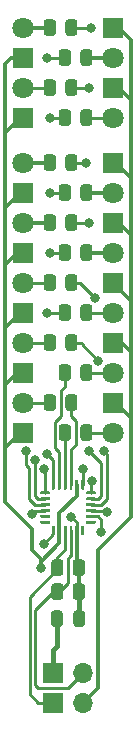
<source format=gbl>
G04 #@! TF.GenerationSoftware,KiCad,Pcbnew,(5.1.10)-1*
G04 #@! TF.CreationDate,2021-10-24T19:42:44-07:00*
G04 #@! TF.ProjectId,project,70726f6a-6563-4742-9e6b-696361645f70,rev?*
G04 #@! TF.SameCoordinates,Original*
G04 #@! TF.FileFunction,Copper,L2,Bot*
G04 #@! TF.FilePolarity,Positive*
%FSLAX46Y46*%
G04 Gerber Fmt 4.6, Leading zero omitted, Abs format (unit mm)*
G04 Created by KiCad (PCBNEW (5.1.10)-1) date 2021-10-24 19:42:44*
%MOMM*%
%LPD*%
G01*
G04 APERTURE LIST*
G04 #@! TA.AperFunction,ComponentPad*
%ADD10R,1.700000X1.700000*%
G04 #@! TD*
G04 #@! TA.AperFunction,ComponentPad*
%ADD11O,1.700000X1.700000*%
G04 #@! TD*
G04 #@! TA.AperFunction,ComponentPad*
%ADD12C,1.800000*%
G04 #@! TD*
G04 #@! TA.AperFunction,ComponentPad*
%ADD13R,1.800000X1.800000*%
G04 #@! TD*
G04 #@! TA.AperFunction,ViaPad*
%ADD14C,0.800000*%
G04 #@! TD*
G04 #@! TA.AperFunction,Conductor*
%ADD15C,0.254000*%
G04 #@! TD*
G04 #@! TA.AperFunction,Conductor*
%ADD16C,0.304800*%
G04 #@! TD*
G04 #@! TA.AperFunction,Conductor*
%ADD17C,0.406400*%
G04 #@! TD*
G04 APERTURE END LIST*
G04 #@! TA.AperFunction,SMDPad,CuDef*
G36*
G01*
X205550000Y-77427500D02*
X205550000Y-77552500D01*
G75*
G02*
X205487500Y-77615000I-62500J0D01*
G01*
X204787500Y-77615000D01*
G75*
G02*
X204725000Y-77552500I0J62500D01*
G01*
X204725000Y-77427500D01*
G75*
G02*
X204787500Y-77365000I62500J0D01*
G01*
X205487500Y-77365000D01*
G75*
G02*
X205550000Y-77427500I0J-62500D01*
G01*
G37*
G04 #@! TD.AperFunction*
G04 #@! TA.AperFunction,SMDPad,CuDef*
G36*
G01*
X205550000Y-77927500D02*
X205550000Y-78052500D01*
G75*
G02*
X205487500Y-78115000I-62500J0D01*
G01*
X204787500Y-78115000D01*
G75*
G02*
X204725000Y-78052500I0J62500D01*
G01*
X204725000Y-77927500D01*
G75*
G02*
X204787500Y-77865000I62500J0D01*
G01*
X205487500Y-77865000D01*
G75*
G02*
X205550000Y-77927500I0J-62500D01*
G01*
G37*
G04 #@! TD.AperFunction*
G04 #@! TA.AperFunction,SMDPad,CuDef*
G36*
G01*
X205550000Y-78427500D02*
X205550000Y-78552500D01*
G75*
G02*
X205487500Y-78615000I-62500J0D01*
G01*
X204787500Y-78615000D01*
G75*
G02*
X204725000Y-78552500I0J62500D01*
G01*
X204725000Y-78427500D01*
G75*
G02*
X204787500Y-78365000I62500J0D01*
G01*
X205487500Y-78365000D01*
G75*
G02*
X205550000Y-78427500I0J-62500D01*
G01*
G37*
G04 #@! TD.AperFunction*
G04 #@! TA.AperFunction,SMDPad,CuDef*
G36*
G01*
X205550000Y-78927500D02*
X205550000Y-79052500D01*
G75*
G02*
X205487500Y-79115000I-62500J0D01*
G01*
X204787500Y-79115000D01*
G75*
G02*
X204725000Y-79052500I0J62500D01*
G01*
X204725000Y-78927500D01*
G75*
G02*
X204787500Y-78865000I62500J0D01*
G01*
X205487500Y-78865000D01*
G75*
G02*
X205550000Y-78927500I0J-62500D01*
G01*
G37*
G04 #@! TD.AperFunction*
G04 #@! TA.AperFunction,SMDPad,CuDef*
G36*
G01*
X205550000Y-79427500D02*
X205550000Y-79552500D01*
G75*
G02*
X205487500Y-79615000I-62500J0D01*
G01*
X204787500Y-79615000D01*
G75*
G02*
X204725000Y-79552500I0J62500D01*
G01*
X204725000Y-79427500D01*
G75*
G02*
X204787500Y-79365000I62500J0D01*
G01*
X205487500Y-79365000D01*
G75*
G02*
X205550000Y-79427500I0J-62500D01*
G01*
G37*
G04 #@! TD.AperFunction*
G04 #@! TA.AperFunction,SMDPad,CuDef*
G36*
G01*
X205550000Y-79927500D02*
X205550000Y-80052500D01*
G75*
G02*
X205487500Y-80115000I-62500J0D01*
G01*
X204787500Y-80115000D01*
G75*
G02*
X204725000Y-80052500I0J62500D01*
G01*
X204725000Y-79927500D01*
G75*
G02*
X204787500Y-79865000I62500J0D01*
G01*
X205487500Y-79865000D01*
G75*
G02*
X205550000Y-79927500I0J-62500D01*
G01*
G37*
G04 #@! TD.AperFunction*
G04 #@! TA.AperFunction,SMDPad,CuDef*
G36*
G01*
X204575000Y-80327500D02*
X204575000Y-81027500D01*
G75*
G02*
X204512500Y-81090000I-62500J0D01*
G01*
X204387500Y-81090000D01*
G75*
G02*
X204325000Y-81027500I0J62500D01*
G01*
X204325000Y-80327500D01*
G75*
G02*
X204387500Y-80265000I62500J0D01*
G01*
X204512500Y-80265000D01*
G75*
G02*
X204575000Y-80327500I0J-62500D01*
G01*
G37*
G04 #@! TD.AperFunction*
G04 #@! TA.AperFunction,SMDPad,CuDef*
G36*
G01*
X204075000Y-80327500D02*
X204075000Y-81027500D01*
G75*
G02*
X204012500Y-81090000I-62500J0D01*
G01*
X203887500Y-81090000D01*
G75*
G02*
X203825000Y-81027500I0J62500D01*
G01*
X203825000Y-80327500D01*
G75*
G02*
X203887500Y-80265000I62500J0D01*
G01*
X204012500Y-80265000D01*
G75*
G02*
X204075000Y-80327500I0J-62500D01*
G01*
G37*
G04 #@! TD.AperFunction*
G04 #@! TA.AperFunction,SMDPad,CuDef*
G36*
G01*
X203575000Y-80327500D02*
X203575000Y-81027500D01*
G75*
G02*
X203512500Y-81090000I-62500J0D01*
G01*
X203387500Y-81090000D01*
G75*
G02*
X203325000Y-81027500I0J62500D01*
G01*
X203325000Y-80327500D01*
G75*
G02*
X203387500Y-80265000I62500J0D01*
G01*
X203512500Y-80265000D01*
G75*
G02*
X203575000Y-80327500I0J-62500D01*
G01*
G37*
G04 #@! TD.AperFunction*
G04 #@! TA.AperFunction,SMDPad,CuDef*
G36*
G01*
X203075000Y-80327500D02*
X203075000Y-81027500D01*
G75*
G02*
X203012500Y-81090000I-62500J0D01*
G01*
X202887500Y-81090000D01*
G75*
G02*
X202825000Y-81027500I0J62500D01*
G01*
X202825000Y-80327500D01*
G75*
G02*
X202887500Y-80265000I62500J0D01*
G01*
X203012500Y-80265000D01*
G75*
G02*
X203075000Y-80327500I0J-62500D01*
G01*
G37*
G04 #@! TD.AperFunction*
G04 #@! TA.AperFunction,SMDPad,CuDef*
G36*
G01*
X202575000Y-80327500D02*
X202575000Y-81027500D01*
G75*
G02*
X202512500Y-81090000I-62500J0D01*
G01*
X202387500Y-81090000D01*
G75*
G02*
X202325000Y-81027500I0J62500D01*
G01*
X202325000Y-80327500D01*
G75*
G02*
X202387500Y-80265000I62500J0D01*
G01*
X202512500Y-80265000D01*
G75*
G02*
X202575000Y-80327500I0J-62500D01*
G01*
G37*
G04 #@! TD.AperFunction*
G04 #@! TA.AperFunction,SMDPad,CuDef*
G36*
G01*
X202075000Y-80327500D02*
X202075000Y-81027500D01*
G75*
G02*
X202012500Y-81090000I-62500J0D01*
G01*
X201887500Y-81090000D01*
G75*
G02*
X201825000Y-81027500I0J62500D01*
G01*
X201825000Y-80327500D01*
G75*
G02*
X201887500Y-80265000I62500J0D01*
G01*
X202012500Y-80265000D01*
G75*
G02*
X202075000Y-80327500I0J-62500D01*
G01*
G37*
G04 #@! TD.AperFunction*
G04 #@! TA.AperFunction,SMDPad,CuDef*
G36*
G01*
X201675000Y-79927500D02*
X201675000Y-80052500D01*
G75*
G02*
X201612500Y-80115000I-62500J0D01*
G01*
X200912500Y-80115000D01*
G75*
G02*
X200850000Y-80052500I0J62500D01*
G01*
X200850000Y-79927500D01*
G75*
G02*
X200912500Y-79865000I62500J0D01*
G01*
X201612500Y-79865000D01*
G75*
G02*
X201675000Y-79927500I0J-62500D01*
G01*
G37*
G04 #@! TD.AperFunction*
G04 #@! TA.AperFunction,SMDPad,CuDef*
G36*
G01*
X201675000Y-79427500D02*
X201675000Y-79552500D01*
G75*
G02*
X201612500Y-79615000I-62500J0D01*
G01*
X200912500Y-79615000D01*
G75*
G02*
X200850000Y-79552500I0J62500D01*
G01*
X200850000Y-79427500D01*
G75*
G02*
X200912500Y-79365000I62500J0D01*
G01*
X201612500Y-79365000D01*
G75*
G02*
X201675000Y-79427500I0J-62500D01*
G01*
G37*
G04 #@! TD.AperFunction*
G04 #@! TA.AperFunction,SMDPad,CuDef*
G36*
G01*
X201675000Y-78927500D02*
X201675000Y-79052500D01*
G75*
G02*
X201612500Y-79115000I-62500J0D01*
G01*
X200912500Y-79115000D01*
G75*
G02*
X200850000Y-79052500I0J62500D01*
G01*
X200850000Y-78927500D01*
G75*
G02*
X200912500Y-78865000I62500J0D01*
G01*
X201612500Y-78865000D01*
G75*
G02*
X201675000Y-78927500I0J-62500D01*
G01*
G37*
G04 #@! TD.AperFunction*
G04 #@! TA.AperFunction,SMDPad,CuDef*
G36*
G01*
X201675000Y-78427500D02*
X201675000Y-78552500D01*
G75*
G02*
X201612500Y-78615000I-62500J0D01*
G01*
X200912500Y-78615000D01*
G75*
G02*
X200850000Y-78552500I0J62500D01*
G01*
X200850000Y-78427500D01*
G75*
G02*
X200912500Y-78365000I62500J0D01*
G01*
X201612500Y-78365000D01*
G75*
G02*
X201675000Y-78427500I0J-62500D01*
G01*
G37*
G04 #@! TD.AperFunction*
G04 #@! TA.AperFunction,SMDPad,CuDef*
G36*
G01*
X201675000Y-77927500D02*
X201675000Y-78052500D01*
G75*
G02*
X201612500Y-78115000I-62500J0D01*
G01*
X200912500Y-78115000D01*
G75*
G02*
X200850000Y-78052500I0J62500D01*
G01*
X200850000Y-77927500D01*
G75*
G02*
X200912500Y-77865000I62500J0D01*
G01*
X201612500Y-77865000D01*
G75*
G02*
X201675000Y-77927500I0J-62500D01*
G01*
G37*
G04 #@! TD.AperFunction*
G04 #@! TA.AperFunction,SMDPad,CuDef*
G36*
G01*
X201675000Y-77427500D02*
X201675000Y-77552500D01*
G75*
G02*
X201612500Y-77615000I-62500J0D01*
G01*
X200912500Y-77615000D01*
G75*
G02*
X200850000Y-77552500I0J62500D01*
G01*
X200850000Y-77427500D01*
G75*
G02*
X200912500Y-77365000I62500J0D01*
G01*
X201612500Y-77365000D01*
G75*
G02*
X201675000Y-77427500I0J-62500D01*
G01*
G37*
G04 #@! TD.AperFunction*
G04 #@! TA.AperFunction,SMDPad,CuDef*
G36*
G01*
X202075000Y-76452500D02*
X202075000Y-77152500D01*
G75*
G02*
X202012500Y-77215000I-62500J0D01*
G01*
X201887500Y-77215000D01*
G75*
G02*
X201825000Y-77152500I0J62500D01*
G01*
X201825000Y-76452500D01*
G75*
G02*
X201887500Y-76390000I62500J0D01*
G01*
X202012500Y-76390000D01*
G75*
G02*
X202075000Y-76452500I0J-62500D01*
G01*
G37*
G04 #@! TD.AperFunction*
G04 #@! TA.AperFunction,SMDPad,CuDef*
G36*
G01*
X202575000Y-76452500D02*
X202575000Y-77152500D01*
G75*
G02*
X202512500Y-77215000I-62500J0D01*
G01*
X202387500Y-77215000D01*
G75*
G02*
X202325000Y-77152500I0J62500D01*
G01*
X202325000Y-76452500D01*
G75*
G02*
X202387500Y-76390000I62500J0D01*
G01*
X202512500Y-76390000D01*
G75*
G02*
X202575000Y-76452500I0J-62500D01*
G01*
G37*
G04 #@! TD.AperFunction*
G04 #@! TA.AperFunction,SMDPad,CuDef*
G36*
G01*
X203075000Y-76452500D02*
X203075000Y-77152500D01*
G75*
G02*
X203012500Y-77215000I-62500J0D01*
G01*
X202887500Y-77215000D01*
G75*
G02*
X202825000Y-77152500I0J62500D01*
G01*
X202825000Y-76452500D01*
G75*
G02*
X202887500Y-76390000I62500J0D01*
G01*
X203012500Y-76390000D01*
G75*
G02*
X203075000Y-76452500I0J-62500D01*
G01*
G37*
G04 #@! TD.AperFunction*
G04 #@! TA.AperFunction,SMDPad,CuDef*
G36*
G01*
X203575000Y-76452500D02*
X203575000Y-77152500D01*
G75*
G02*
X203512500Y-77215000I-62500J0D01*
G01*
X203387500Y-77215000D01*
G75*
G02*
X203325000Y-77152500I0J62500D01*
G01*
X203325000Y-76452500D01*
G75*
G02*
X203387500Y-76390000I62500J0D01*
G01*
X203512500Y-76390000D01*
G75*
G02*
X203575000Y-76452500I0J-62500D01*
G01*
G37*
G04 #@! TD.AperFunction*
G04 #@! TA.AperFunction,SMDPad,CuDef*
G36*
G01*
X204075000Y-76452500D02*
X204075000Y-77152500D01*
G75*
G02*
X204012500Y-77215000I-62500J0D01*
G01*
X203887500Y-77215000D01*
G75*
G02*
X203825000Y-77152500I0J62500D01*
G01*
X203825000Y-76452500D01*
G75*
G02*
X203887500Y-76390000I62500J0D01*
G01*
X204012500Y-76390000D01*
G75*
G02*
X204075000Y-76452500I0J-62500D01*
G01*
G37*
G04 #@! TD.AperFunction*
G04 #@! TA.AperFunction,SMDPad,CuDef*
G36*
G01*
X204575000Y-76452500D02*
X204575000Y-77152500D01*
G75*
G02*
X204512500Y-77215000I-62500J0D01*
G01*
X204387500Y-77215000D01*
G75*
G02*
X204325000Y-77152500I0J62500D01*
G01*
X204325000Y-76452500D01*
G75*
G02*
X204387500Y-76390000I62500J0D01*
G01*
X204512500Y-76390000D01*
G75*
G02*
X204575000Y-76452500I0J-62500D01*
G01*
G37*
G04 #@! TD.AperFunction*
G04 #@! TA.AperFunction,SMDPad,CuDef*
G36*
G01*
X204235000Y-72840002D02*
X204235000Y-71939998D01*
G75*
G02*
X204484998Y-71690000I249998J0D01*
G01*
X205010002Y-71690000D01*
G75*
G02*
X205260000Y-71939998I0J-249998D01*
G01*
X205260000Y-72840002D01*
G75*
G02*
X205010002Y-73090000I-249998J0D01*
G01*
X204484998Y-73090000D01*
G75*
G02*
X204235000Y-72840002I0J249998D01*
G01*
G37*
G04 #@! TD.AperFunction*
G04 #@! TA.AperFunction,SMDPad,CuDef*
G36*
G01*
X202410000Y-72840002D02*
X202410000Y-71939998D01*
G75*
G02*
X202659998Y-71690000I249998J0D01*
G01*
X203185002Y-71690000D01*
G75*
G02*
X203435000Y-71939998I0J-249998D01*
G01*
X203435000Y-72840002D01*
G75*
G02*
X203185002Y-73090000I-249998J0D01*
G01*
X202659998Y-73090000D01*
G75*
G02*
X202410000Y-72840002I0J249998D01*
G01*
G37*
G04 #@! TD.AperFunction*
G04 #@! TA.AperFunction,SMDPad,CuDef*
G36*
G01*
X202165000Y-69399998D02*
X202165000Y-70300002D01*
G75*
G02*
X201915002Y-70550000I-249998J0D01*
G01*
X201389998Y-70550000D01*
G75*
G02*
X201140000Y-70300002I0J249998D01*
G01*
X201140000Y-69399998D01*
G75*
G02*
X201389998Y-69150000I249998J0D01*
G01*
X201915002Y-69150000D01*
G75*
G02*
X202165000Y-69399998I0J-249998D01*
G01*
G37*
G04 #@! TD.AperFunction*
G04 #@! TA.AperFunction,SMDPad,CuDef*
G36*
G01*
X203990000Y-69399998D02*
X203990000Y-70300002D01*
G75*
G02*
X203740002Y-70550000I-249998J0D01*
G01*
X203214998Y-70550000D01*
G75*
G02*
X202965000Y-70300002I0J249998D01*
G01*
X202965000Y-69399998D01*
G75*
G02*
X203214998Y-69150000I249998J0D01*
G01*
X203740002Y-69150000D01*
G75*
G02*
X203990000Y-69399998I0J-249998D01*
G01*
G37*
G04 #@! TD.AperFunction*
G04 #@! TA.AperFunction,SMDPad,CuDef*
G36*
G01*
X204235000Y-67760002D02*
X204235000Y-66859998D01*
G75*
G02*
X204484998Y-66610000I249998J0D01*
G01*
X205010002Y-66610000D01*
G75*
G02*
X205260000Y-66859998I0J-249998D01*
G01*
X205260000Y-67760002D01*
G75*
G02*
X205010002Y-68010000I-249998J0D01*
G01*
X204484998Y-68010000D01*
G75*
G02*
X204235000Y-67760002I0J249998D01*
G01*
G37*
G04 #@! TD.AperFunction*
G04 #@! TA.AperFunction,SMDPad,CuDef*
G36*
G01*
X202410000Y-67760002D02*
X202410000Y-66859998D01*
G75*
G02*
X202659998Y-66610000I249998J0D01*
G01*
X203185002Y-66610000D01*
G75*
G02*
X203435000Y-66859998I0J-249998D01*
G01*
X203435000Y-67760002D01*
G75*
G02*
X203185002Y-68010000I-249998J0D01*
G01*
X202659998Y-68010000D01*
G75*
G02*
X202410000Y-67760002I0J249998D01*
G01*
G37*
G04 #@! TD.AperFunction*
G04 #@! TA.AperFunction,SMDPad,CuDef*
G36*
G01*
X202165000Y-64319998D02*
X202165000Y-65220002D01*
G75*
G02*
X201915002Y-65470000I-249998J0D01*
G01*
X201389998Y-65470000D01*
G75*
G02*
X201140000Y-65220002I0J249998D01*
G01*
X201140000Y-64319998D01*
G75*
G02*
X201389998Y-64070000I249998J0D01*
G01*
X201915002Y-64070000D01*
G75*
G02*
X202165000Y-64319998I0J-249998D01*
G01*
G37*
G04 #@! TD.AperFunction*
G04 #@! TA.AperFunction,SMDPad,CuDef*
G36*
G01*
X203990000Y-64319998D02*
X203990000Y-65220002D01*
G75*
G02*
X203740002Y-65470000I-249998J0D01*
G01*
X203214998Y-65470000D01*
G75*
G02*
X202965000Y-65220002I0J249998D01*
G01*
X202965000Y-64319998D01*
G75*
G02*
X203214998Y-64070000I249998J0D01*
G01*
X203740002Y-64070000D01*
G75*
G02*
X203990000Y-64319998I0J-249998D01*
G01*
G37*
G04 #@! TD.AperFunction*
G04 #@! TA.AperFunction,SMDPad,CuDef*
G36*
G01*
X204235000Y-62680002D02*
X204235000Y-61779998D01*
G75*
G02*
X204484998Y-61530000I249998J0D01*
G01*
X205010002Y-61530000D01*
G75*
G02*
X205260000Y-61779998I0J-249998D01*
G01*
X205260000Y-62680002D01*
G75*
G02*
X205010002Y-62930000I-249998J0D01*
G01*
X204484998Y-62930000D01*
G75*
G02*
X204235000Y-62680002I0J249998D01*
G01*
G37*
G04 #@! TD.AperFunction*
G04 #@! TA.AperFunction,SMDPad,CuDef*
G36*
G01*
X202410000Y-62680002D02*
X202410000Y-61779998D01*
G75*
G02*
X202659998Y-61530000I249998J0D01*
G01*
X203185002Y-61530000D01*
G75*
G02*
X203435000Y-61779998I0J-249998D01*
G01*
X203435000Y-62680002D01*
G75*
G02*
X203185002Y-62930000I-249998J0D01*
G01*
X202659998Y-62930000D01*
G75*
G02*
X202410000Y-62680002I0J249998D01*
G01*
G37*
G04 #@! TD.AperFunction*
G04 #@! TA.AperFunction,SMDPad,CuDef*
G36*
G01*
X202165000Y-59239998D02*
X202165000Y-60140002D01*
G75*
G02*
X201915002Y-60390000I-249998J0D01*
G01*
X201389998Y-60390000D01*
G75*
G02*
X201140000Y-60140002I0J249998D01*
G01*
X201140000Y-59239998D01*
G75*
G02*
X201389998Y-58990000I249998J0D01*
G01*
X201915002Y-58990000D01*
G75*
G02*
X202165000Y-59239998I0J-249998D01*
G01*
G37*
G04 #@! TD.AperFunction*
G04 #@! TA.AperFunction,SMDPad,CuDef*
G36*
G01*
X203990000Y-59239998D02*
X203990000Y-60140002D01*
G75*
G02*
X203740002Y-60390000I-249998J0D01*
G01*
X203214998Y-60390000D01*
G75*
G02*
X202965000Y-60140002I0J249998D01*
G01*
X202965000Y-59239998D01*
G75*
G02*
X203214998Y-58990000I249998J0D01*
G01*
X203740002Y-58990000D01*
G75*
G02*
X203990000Y-59239998I0J-249998D01*
G01*
G37*
G04 #@! TD.AperFunction*
G04 #@! TA.AperFunction,SMDPad,CuDef*
G36*
G01*
X204235000Y-57600002D02*
X204235000Y-56699998D01*
G75*
G02*
X204484998Y-56450000I249998J0D01*
G01*
X205010002Y-56450000D01*
G75*
G02*
X205260000Y-56699998I0J-249998D01*
G01*
X205260000Y-57600002D01*
G75*
G02*
X205010002Y-57850000I-249998J0D01*
G01*
X204484998Y-57850000D01*
G75*
G02*
X204235000Y-57600002I0J249998D01*
G01*
G37*
G04 #@! TD.AperFunction*
G04 #@! TA.AperFunction,SMDPad,CuDef*
G36*
G01*
X202410000Y-57600002D02*
X202410000Y-56699998D01*
G75*
G02*
X202659998Y-56450000I249998J0D01*
G01*
X203185002Y-56450000D01*
G75*
G02*
X203435000Y-56699998I0J-249998D01*
G01*
X203435000Y-57600002D01*
G75*
G02*
X203185002Y-57850000I-249998J0D01*
G01*
X202659998Y-57850000D01*
G75*
G02*
X202410000Y-57600002I0J249998D01*
G01*
G37*
G04 #@! TD.AperFunction*
G04 #@! TA.AperFunction,SMDPad,CuDef*
G36*
G01*
X202165000Y-54159998D02*
X202165000Y-55060002D01*
G75*
G02*
X201915002Y-55310000I-249998J0D01*
G01*
X201389998Y-55310000D01*
G75*
G02*
X201140000Y-55060002I0J249998D01*
G01*
X201140000Y-54159998D01*
G75*
G02*
X201389998Y-53910000I249998J0D01*
G01*
X201915002Y-53910000D01*
G75*
G02*
X202165000Y-54159998I0J-249998D01*
G01*
G37*
G04 #@! TD.AperFunction*
G04 #@! TA.AperFunction,SMDPad,CuDef*
G36*
G01*
X203990000Y-54159998D02*
X203990000Y-55060002D01*
G75*
G02*
X203740002Y-55310000I-249998J0D01*
G01*
X203214998Y-55310000D01*
G75*
G02*
X202965000Y-55060002I0J249998D01*
G01*
X202965000Y-54159998D01*
G75*
G02*
X203214998Y-53910000I249998J0D01*
G01*
X203740002Y-53910000D01*
G75*
G02*
X203990000Y-54159998I0J-249998D01*
G01*
G37*
G04 #@! TD.AperFunction*
G04 #@! TA.AperFunction,SMDPad,CuDef*
G36*
G01*
X204235000Y-52520002D02*
X204235000Y-51619998D01*
G75*
G02*
X204484998Y-51370000I249998J0D01*
G01*
X205010002Y-51370000D01*
G75*
G02*
X205260000Y-51619998I0J-249998D01*
G01*
X205260000Y-52520002D01*
G75*
G02*
X205010002Y-52770000I-249998J0D01*
G01*
X204484998Y-52770000D01*
G75*
G02*
X204235000Y-52520002I0J249998D01*
G01*
G37*
G04 #@! TD.AperFunction*
G04 #@! TA.AperFunction,SMDPad,CuDef*
G36*
G01*
X202410000Y-52520002D02*
X202410000Y-51619998D01*
G75*
G02*
X202659998Y-51370000I249998J0D01*
G01*
X203185002Y-51370000D01*
G75*
G02*
X203435000Y-51619998I0J-249998D01*
G01*
X203435000Y-52520002D01*
G75*
G02*
X203185002Y-52770000I-249998J0D01*
G01*
X202659998Y-52770000D01*
G75*
G02*
X202410000Y-52520002I0J249998D01*
G01*
G37*
G04 #@! TD.AperFunction*
G04 #@! TA.AperFunction,SMDPad,CuDef*
G36*
G01*
X202165000Y-49079998D02*
X202165000Y-49980002D01*
G75*
G02*
X201915002Y-50230000I-249998J0D01*
G01*
X201389998Y-50230000D01*
G75*
G02*
X201140000Y-49980002I0J249998D01*
G01*
X201140000Y-49079998D01*
G75*
G02*
X201389998Y-48830000I249998J0D01*
G01*
X201915002Y-48830000D01*
G75*
G02*
X202165000Y-49079998I0J-249998D01*
G01*
G37*
G04 #@! TD.AperFunction*
G04 #@! TA.AperFunction,SMDPad,CuDef*
G36*
G01*
X203990000Y-49079998D02*
X203990000Y-49980002D01*
G75*
G02*
X203740002Y-50230000I-249998J0D01*
G01*
X203214998Y-50230000D01*
G75*
G02*
X202965000Y-49980002I0J249998D01*
G01*
X202965000Y-49079998D01*
G75*
G02*
X203214998Y-48830000I249998J0D01*
G01*
X203740002Y-48830000D01*
G75*
G02*
X203990000Y-49079998I0J-249998D01*
G01*
G37*
G04 #@! TD.AperFunction*
G04 #@! TA.AperFunction,SMDPad,CuDef*
G36*
G01*
X202800000Y-85401998D02*
X202800000Y-86302002D01*
G75*
G02*
X202550002Y-86552000I-249998J0D01*
G01*
X202024998Y-86552000D01*
G75*
G02*
X201775000Y-86302002I0J249998D01*
G01*
X201775000Y-85401998D01*
G75*
G02*
X202024998Y-85152000I249998J0D01*
G01*
X202550002Y-85152000D01*
G75*
G02*
X202800000Y-85401998I0J-249998D01*
G01*
G37*
G04 #@! TD.AperFunction*
G04 #@! TA.AperFunction,SMDPad,CuDef*
G36*
G01*
X204625000Y-85401998D02*
X204625000Y-86302002D01*
G75*
G02*
X204375002Y-86552000I-249998J0D01*
G01*
X203849998Y-86552000D01*
G75*
G02*
X203600000Y-86302002I0J249998D01*
G01*
X203600000Y-85401998D01*
G75*
G02*
X203849998Y-85152000I249998J0D01*
G01*
X204375002Y-85152000D01*
G75*
G02*
X204625000Y-85401998I0J-249998D01*
G01*
G37*
G04 #@! TD.AperFunction*
G04 #@! TA.AperFunction,SMDPad,CuDef*
G36*
G01*
X202800000Y-83369998D02*
X202800000Y-84270002D01*
G75*
G02*
X202550002Y-84520000I-249998J0D01*
G01*
X202024998Y-84520000D01*
G75*
G02*
X201775000Y-84270002I0J249998D01*
G01*
X201775000Y-83369998D01*
G75*
G02*
X202024998Y-83120000I249998J0D01*
G01*
X202550002Y-83120000D01*
G75*
G02*
X202800000Y-83369998I0J-249998D01*
G01*
G37*
G04 #@! TD.AperFunction*
G04 #@! TA.AperFunction,SMDPad,CuDef*
G36*
G01*
X204625000Y-83369998D02*
X204625000Y-84270002D01*
G75*
G02*
X204375002Y-84520000I-249998J0D01*
G01*
X203849998Y-84520000D01*
G75*
G02*
X203600000Y-84270002I0J249998D01*
G01*
X203600000Y-83369998D01*
G75*
G02*
X203849998Y-83120000I249998J0D01*
G01*
X204375002Y-83120000D01*
G75*
G02*
X204625000Y-83369998I0J-249998D01*
G01*
G37*
G04 #@! TD.AperFunction*
G04 #@! TA.AperFunction,SMDPad,CuDef*
G36*
G01*
X202165000Y-37649999D02*
X202165000Y-38550001D01*
G75*
G02*
X201915001Y-38800000I-249999J0D01*
G01*
X201389999Y-38800000D01*
G75*
G02*
X201140000Y-38550001I0J249999D01*
G01*
X201140000Y-37649999D01*
G75*
G02*
X201389999Y-37400000I249999J0D01*
G01*
X201915001Y-37400000D01*
G75*
G02*
X202165000Y-37649999I0J-249999D01*
G01*
G37*
G04 #@! TD.AperFunction*
G04 #@! TA.AperFunction,SMDPad,CuDef*
G36*
G01*
X203990000Y-37649999D02*
X203990000Y-38550001D01*
G75*
G02*
X203740001Y-38800000I-249999J0D01*
G01*
X203214999Y-38800000D01*
G75*
G02*
X202965000Y-38550001I0J249999D01*
G01*
X202965000Y-37649999D01*
G75*
G02*
X203214999Y-37400000I249999J0D01*
G01*
X203740001Y-37400000D01*
G75*
G02*
X203990000Y-37649999I0J-249999D01*
G01*
G37*
G04 #@! TD.AperFunction*
G04 #@! TA.AperFunction,SMDPad,CuDef*
G36*
G01*
X204235000Y-41090001D02*
X204235000Y-40189999D01*
G75*
G02*
X204484999Y-39940000I249999J0D01*
G01*
X205010001Y-39940000D01*
G75*
G02*
X205260000Y-40189999I0J-249999D01*
G01*
X205260000Y-41090001D01*
G75*
G02*
X205010001Y-41340000I-249999J0D01*
G01*
X204484999Y-41340000D01*
G75*
G02*
X204235000Y-41090001I0J249999D01*
G01*
G37*
G04 #@! TD.AperFunction*
G04 #@! TA.AperFunction,SMDPad,CuDef*
G36*
G01*
X202410000Y-41090001D02*
X202410000Y-40189999D01*
G75*
G02*
X202659999Y-39940000I249999J0D01*
G01*
X203185001Y-39940000D01*
G75*
G02*
X203435000Y-40189999I0J-249999D01*
G01*
X203435000Y-41090001D01*
G75*
G02*
X203185001Y-41340000I-249999J0D01*
G01*
X202659999Y-41340000D01*
G75*
G02*
X202410000Y-41090001I0J249999D01*
G01*
G37*
G04 #@! TD.AperFunction*
G04 #@! TA.AperFunction,SMDPad,CuDef*
G36*
G01*
X203990000Y-42729999D02*
X203990000Y-43630001D01*
G75*
G02*
X203740001Y-43880000I-249999J0D01*
G01*
X203214999Y-43880000D01*
G75*
G02*
X202965000Y-43630001I0J249999D01*
G01*
X202965000Y-42729999D01*
G75*
G02*
X203214999Y-42480000I249999J0D01*
G01*
X203740001Y-42480000D01*
G75*
G02*
X203990000Y-42729999I0J-249999D01*
G01*
G37*
G04 #@! TD.AperFunction*
G04 #@! TA.AperFunction,SMDPad,CuDef*
G36*
G01*
X202165000Y-42729999D02*
X202165000Y-43630001D01*
G75*
G02*
X201915001Y-43880000I-249999J0D01*
G01*
X201389999Y-43880000D01*
G75*
G02*
X201140000Y-43630001I0J249999D01*
G01*
X201140000Y-42729999D01*
G75*
G02*
X201389999Y-42480000I249999J0D01*
G01*
X201915001Y-42480000D01*
G75*
G02*
X202165000Y-42729999I0J-249999D01*
G01*
G37*
G04 #@! TD.AperFunction*
G04 #@! TA.AperFunction,SMDPad,CuDef*
G36*
G01*
X202410000Y-46170001D02*
X202410000Y-45269999D01*
G75*
G02*
X202659999Y-45020000I249999J0D01*
G01*
X203185001Y-45020000D01*
G75*
G02*
X203435000Y-45269999I0J-249999D01*
G01*
X203435000Y-46170001D01*
G75*
G02*
X203185001Y-46420000I-249999J0D01*
G01*
X202659999Y-46420000D01*
G75*
G02*
X202410000Y-46170001I0J249999D01*
G01*
G37*
G04 #@! TD.AperFunction*
G04 #@! TA.AperFunction,SMDPad,CuDef*
G36*
G01*
X204235000Y-46170001D02*
X204235000Y-45269999D01*
G75*
G02*
X204484999Y-45020000I249999J0D01*
G01*
X205010001Y-45020000D01*
G75*
G02*
X205260000Y-45269999I0J-249999D01*
G01*
X205260000Y-46170001D01*
G75*
G02*
X205010001Y-46420000I-249999J0D01*
G01*
X204484999Y-46420000D01*
G75*
G02*
X204235000Y-46170001I0J249999D01*
G01*
G37*
G04 #@! TD.AperFunction*
D10*
X201930000Y-92710000D03*
D11*
X204470000Y-92710000D03*
X204470000Y-95250000D03*
D10*
X201930000Y-95250000D03*
D12*
X199390000Y-38100000D03*
D13*
X199390000Y-40640000D03*
X207010000Y-38100000D03*
D12*
X207010000Y-40640000D03*
X199390000Y-43180000D03*
D13*
X199390000Y-45720000D03*
D12*
X207010000Y-45720000D03*
D13*
X207010000Y-43180000D03*
X199390000Y-52070000D03*
D12*
X199390000Y-49530000D03*
D13*
X207010000Y-49530000D03*
D12*
X207010000Y-52070000D03*
X199390000Y-54610000D03*
D13*
X199390000Y-57150000D03*
X207010000Y-54610000D03*
D12*
X207010000Y-57150000D03*
X199390000Y-59690000D03*
D13*
X199390000Y-62230000D03*
X207010000Y-59690000D03*
D12*
X207010000Y-62230000D03*
D13*
X199390000Y-67310000D03*
D12*
X199390000Y-64770000D03*
X207010000Y-67310000D03*
D13*
X207010000Y-64770000D03*
D12*
X199390000Y-69850000D03*
D13*
X199390000Y-72390000D03*
X207010000Y-69850000D03*
D12*
X207010000Y-72390000D03*
G04 #@! TA.AperFunction,SMDPad,CuDef*
G36*
G01*
X204625000Y-87681750D02*
X204625000Y-88594250D01*
G75*
G02*
X204381250Y-88838000I-243750J0D01*
G01*
X203893750Y-88838000D01*
G75*
G02*
X203650000Y-88594250I0J243750D01*
G01*
X203650000Y-87681750D01*
G75*
G02*
X203893750Y-87438000I243750J0D01*
G01*
X204381250Y-87438000D01*
G75*
G02*
X204625000Y-87681750I0J-243750D01*
G01*
G37*
G04 #@! TD.AperFunction*
G04 #@! TA.AperFunction,SMDPad,CuDef*
G36*
G01*
X202750000Y-87681750D02*
X202750000Y-88594250D01*
G75*
G02*
X202506250Y-88838000I-243750J0D01*
G01*
X202018750Y-88838000D01*
G75*
G02*
X201775000Y-88594250I0J243750D01*
G01*
X201775000Y-87681750D01*
G75*
G02*
X202018750Y-87438000I243750J0D01*
G01*
X202506250Y-87438000D01*
G75*
G02*
X202750000Y-87681750I0J-243750D01*
G01*
G37*
G04 #@! TD.AperFunction*
D14*
X200914000Y-83820000D03*
X204724000Y-49530000D03*
X204470000Y-75438000D03*
X204978000Y-43180000D03*
X205232000Y-76454000D03*
X204978000Y-54610000D03*
X204978000Y-73914000D03*
X206248000Y-73914000D03*
X205740000Y-66294000D03*
X205486000Y-60960000D03*
X206502000Y-79121000D03*
X205105000Y-38100000D03*
X205994000Y-80772000D03*
X200152000Y-79248000D03*
X201422000Y-40640000D03*
X201676000Y-45720000D03*
X199644000Y-73914000D03*
X200406000Y-74676000D03*
X201676000Y-52070000D03*
X201676000Y-57150000D03*
X201168000Y-75438000D03*
X201422000Y-62230000D03*
X201422000Y-74168000D03*
X203454000Y-79502000D03*
X201168000Y-81788000D03*
D15*
X202287500Y-85852000D02*
X202287500Y-85748500D01*
X203450000Y-82808000D02*
X203404002Y-82853998D01*
X203200000Y-83058000D02*
X203404002Y-82853998D01*
X203200000Y-85090000D02*
X203200000Y-83058000D01*
X203450000Y-82808000D02*
X203450000Y-80677500D01*
X204470000Y-92710000D02*
X203200000Y-93980000D01*
X200406000Y-87376000D02*
X200406000Y-91948000D01*
X201930000Y-85852000D02*
X200406000Y-87376000D01*
X201930000Y-85852000D02*
X202287500Y-85852000D01*
X203200000Y-93980000D02*
X201168000Y-93980000D01*
X201168000Y-93980000D02*
X200660000Y-93980000D01*
X200660000Y-93980000D02*
X200406000Y-93726000D01*
X200406000Y-93726000D02*
X200406000Y-91948000D01*
X202287500Y-85852000D02*
X202438000Y-85852000D01*
X202438000Y-85852000D02*
X203200000Y-85090000D01*
D16*
X200914000Y-83312000D02*
X200914000Y-83820000D01*
X202450000Y-81776000D02*
X200914000Y-83312000D01*
X202450000Y-81776000D02*
X202450000Y-80677500D01*
X197866000Y-78232000D02*
X199390000Y-79756000D01*
X200152000Y-80518000D02*
X199390000Y-79756000D01*
X200152000Y-82296000D02*
X200152000Y-80518000D01*
X200914000Y-83058000D02*
X200152000Y-82296000D01*
X200914000Y-83820000D02*
X200914000Y-83058000D01*
X197866000Y-78232000D02*
X197866000Y-73660000D01*
X197866000Y-41148000D02*
X197866000Y-46990000D01*
X197866000Y-46990000D02*
X197866000Y-53340000D01*
X197866000Y-53340000D02*
X197866000Y-58166000D01*
X197866000Y-58166000D02*
X197866000Y-63500000D01*
X197866000Y-63500000D02*
X197866000Y-68326000D01*
X197866000Y-68326000D02*
X197866000Y-73660000D01*
X198374000Y-40640000D02*
X197866000Y-41148000D01*
X198374000Y-40640000D02*
X199390000Y-40640000D01*
X199390000Y-72390000D02*
X199136000Y-72390000D01*
X199136000Y-72390000D02*
X197866000Y-73660000D01*
X199390000Y-67310000D02*
X198882000Y-67310000D01*
X198882000Y-67310000D02*
X197866000Y-68326000D01*
X199390000Y-62230000D02*
X199136000Y-62230000D01*
X199136000Y-62230000D02*
X197866000Y-63500000D01*
X199390000Y-57150000D02*
X198882000Y-57150000D01*
X198882000Y-57150000D02*
X197866000Y-58166000D01*
X199390000Y-52070000D02*
X199136000Y-52070000D01*
X199136000Y-52070000D02*
X197866000Y-53340000D01*
X199390000Y-45720000D02*
X199136000Y-45720000D01*
X199136000Y-45720000D02*
X197866000Y-46990000D01*
X207010000Y-38100000D02*
X207518000Y-38100000D01*
X205740000Y-93980000D02*
X204470000Y-95250000D01*
X205740000Y-82296000D02*
X205740000Y-93980000D01*
X208534000Y-79502000D02*
X205740000Y-82296000D01*
X208534000Y-39116000D02*
X208534000Y-44196000D01*
X208534000Y-44196000D02*
X208534000Y-50800000D01*
X208534000Y-50800000D02*
X208534000Y-55626000D01*
X208534000Y-55626000D02*
X208534000Y-60960000D01*
X208534000Y-60960000D02*
X208534000Y-65532000D01*
X208534000Y-65532000D02*
X208534000Y-71120000D01*
X208534000Y-71120000D02*
X208534000Y-79502000D01*
X207518000Y-38100000D02*
X208534000Y-39116000D01*
X207010000Y-43180000D02*
X207518000Y-43180000D01*
X207518000Y-43180000D02*
X208534000Y-44196000D01*
X207010000Y-49530000D02*
X207264000Y-49530000D01*
X207264000Y-49530000D02*
X208534000Y-50800000D01*
X207010000Y-54610000D02*
X207518000Y-54610000D01*
X207518000Y-54610000D02*
X208534000Y-55626000D01*
X207010000Y-59690000D02*
X208534000Y-61214000D01*
X208534000Y-61214000D02*
X208534000Y-60960000D01*
X207010000Y-64770000D02*
X207772000Y-64770000D01*
X207772000Y-64770000D02*
X208534000Y-65532000D01*
X207010000Y-69850000D02*
X207264000Y-69850000D01*
X207264000Y-69850000D02*
X208534000Y-71120000D01*
X203950000Y-76802500D02*
X203950000Y-77736000D01*
X202450000Y-79236000D02*
X202450000Y-80677500D01*
X203950000Y-77736000D02*
X202450000Y-79236000D01*
D15*
X202950000Y-80677500D02*
X202950000Y-82292000D01*
X202287500Y-82954500D02*
X202287500Y-83820000D01*
X202950000Y-82292000D02*
X202287500Y-82954500D01*
X201930000Y-95250000D02*
X200660000Y-95250000D01*
X199951998Y-86306002D02*
X199951998Y-91386002D01*
X202287500Y-83970500D02*
X199951998Y-86306002D01*
X202287500Y-83970500D02*
X202287500Y-83820000D01*
X200660000Y-95250000D02*
X199951998Y-94541998D01*
X199951998Y-94541998D02*
X199951998Y-91386002D01*
X204450000Y-76802500D02*
X204450000Y-75458000D01*
X204724000Y-49530000D02*
X203477500Y-49530000D01*
X204450000Y-75458000D02*
X204470000Y-75438000D01*
X203477500Y-43180000D02*
X204978000Y-43180000D01*
X205137500Y-77490000D02*
X205137500Y-76548500D01*
X205137500Y-76548500D02*
X205232000Y-76454000D01*
X205137500Y-77990000D02*
X205728000Y-77990000D01*
X204978000Y-54610000D02*
X203477500Y-54610000D01*
X205994000Y-74930000D02*
X204978000Y-73914000D01*
X205994000Y-77724000D02*
X205994000Y-74930000D01*
X205728000Y-77990000D02*
X205994000Y-77724000D01*
X205137500Y-78490000D02*
X205990000Y-78490000D01*
X206502000Y-74168000D02*
X206248000Y-73914000D01*
X206502000Y-77978000D02*
X206502000Y-74168000D01*
X205990000Y-78490000D02*
X206502000Y-77978000D01*
X204343000Y-64770000D02*
X203477500Y-64770000D01*
X204343000Y-64897000D02*
X205740000Y-66294000D01*
X204343000Y-64770000D02*
X204343000Y-64897000D01*
X203477500Y-59690000D02*
X204216000Y-59690000D01*
X205486000Y-60960000D02*
X204216000Y-59690000D01*
X206371000Y-78990000D02*
X206502000Y-79121000D01*
X206371000Y-78990000D02*
X205137500Y-78990000D01*
X203477500Y-38100000D02*
X205105000Y-38100000D01*
X205137500Y-79490000D02*
X205728000Y-79490000D01*
X205994000Y-79756000D02*
X205994000Y-80772000D01*
X205728000Y-79490000D02*
X205994000Y-79756000D01*
X202922500Y-40640000D02*
X201422000Y-40640000D01*
X200410000Y-78990000D02*
X200152000Y-79248000D01*
X200410000Y-78990000D02*
X201262500Y-78990000D01*
X201262500Y-78490000D02*
X200381402Y-78490000D01*
X201676000Y-45720000D02*
X202922500Y-45720000D01*
X200381402Y-78490000D02*
X199898000Y-78006598D01*
X199898000Y-78006598D02*
X199898000Y-75395024D01*
X199898000Y-75395024D02*
X199644000Y-75141024D01*
X199644000Y-75141024D02*
X199644000Y-73914000D01*
X201262500Y-77990000D02*
X200672000Y-77990000D01*
X200406000Y-76200000D02*
X200406000Y-74676000D01*
X200672000Y-77990000D02*
X200406000Y-77724000D01*
X200406000Y-77724000D02*
X200406000Y-76200000D01*
X201676000Y-52070000D02*
X202922500Y-52070000D01*
X201262500Y-77490000D02*
X201262500Y-75532500D01*
X201676000Y-57150000D02*
X202922500Y-57150000D01*
X201262500Y-75532500D02*
X201168000Y-75438000D01*
X201950000Y-76802500D02*
X201950000Y-74696000D01*
X201422000Y-62230000D02*
X202922500Y-62230000D01*
X201950000Y-74696000D02*
X201676000Y-74422000D01*
X201676000Y-74422000D02*
X201422000Y-74168000D01*
X202450000Y-76802500D02*
X202450000Y-74053000D01*
X202922500Y-68476500D02*
X202922500Y-67310000D01*
X202565000Y-68834000D02*
X202922500Y-68476500D01*
X202565000Y-70993000D02*
X202565000Y-68834000D01*
X202057000Y-71501000D02*
X202565000Y-70993000D01*
X202057000Y-73660000D02*
X202057000Y-71501000D01*
X202450000Y-74053000D02*
X202057000Y-73660000D01*
D16*
X199390000Y-38100000D02*
X201652500Y-38100000D01*
X204747500Y-40640000D02*
X207010000Y-40640000D01*
D15*
X201652500Y-43180000D02*
X199390000Y-43180000D01*
X204747500Y-45720000D02*
X207010000Y-45720000D01*
D16*
X201652500Y-49530000D02*
X199390000Y-49530000D01*
X204747500Y-52070000D02*
X207010000Y-52070000D01*
X199390000Y-54610000D02*
X201652500Y-54610000D01*
X204747500Y-57150000D02*
X207010000Y-57150000D01*
D15*
X201652500Y-59690000D02*
X199390000Y-59690000D01*
X204747500Y-62230000D02*
X207010000Y-62230000D01*
X201652500Y-64770000D02*
X199390000Y-64770000D01*
X204747500Y-67310000D02*
X207010000Y-67310000D01*
X201652500Y-69850000D02*
X199390000Y-69850000D01*
X204747500Y-72390000D02*
X207010000Y-72390000D01*
X202950000Y-76802500D02*
X202950000Y-72417500D01*
X202950000Y-72417500D02*
X202922500Y-72390000D01*
X203450000Y-76802500D02*
X203450000Y-73791000D01*
X203477500Y-71016500D02*
X203477500Y-69850000D01*
X203835000Y-71374000D02*
X203477500Y-71016500D01*
X203835000Y-73406000D02*
X203835000Y-71374000D01*
X203450000Y-73791000D02*
X203835000Y-73406000D01*
D16*
X203950000Y-80677500D02*
X203950000Y-83657500D01*
X203950000Y-83657500D02*
X204112500Y-83820000D01*
X204112500Y-85852000D02*
X204112500Y-83820000D01*
D17*
X204137500Y-88138000D02*
X204137500Y-85877000D01*
X204137500Y-85877000D02*
X204112500Y-85852000D01*
D15*
X201950000Y-80677500D02*
X201950000Y-81006000D01*
X203950000Y-79998000D02*
X203950000Y-80677500D01*
X203454000Y-79502000D02*
X203950000Y-79998000D01*
X201950000Y-81006000D02*
X201168000Y-81788000D01*
D17*
X201930000Y-92710000D02*
X201930000Y-90805000D01*
X202262500Y-90472500D02*
X202262500Y-88138000D01*
X201930000Y-90805000D02*
X202262500Y-90472500D01*
M02*

</source>
